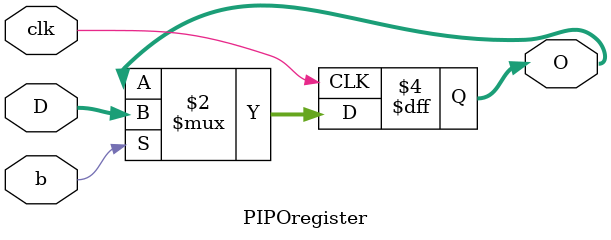
<source format=v>
`timescale 1ns / 1ps

module PIPOregister(input clk, input b, input [7:0] D, output reg [7:0] O);

always @(posedge(clk)) begin
if(b) O <= D;
end
endmodule

</source>
